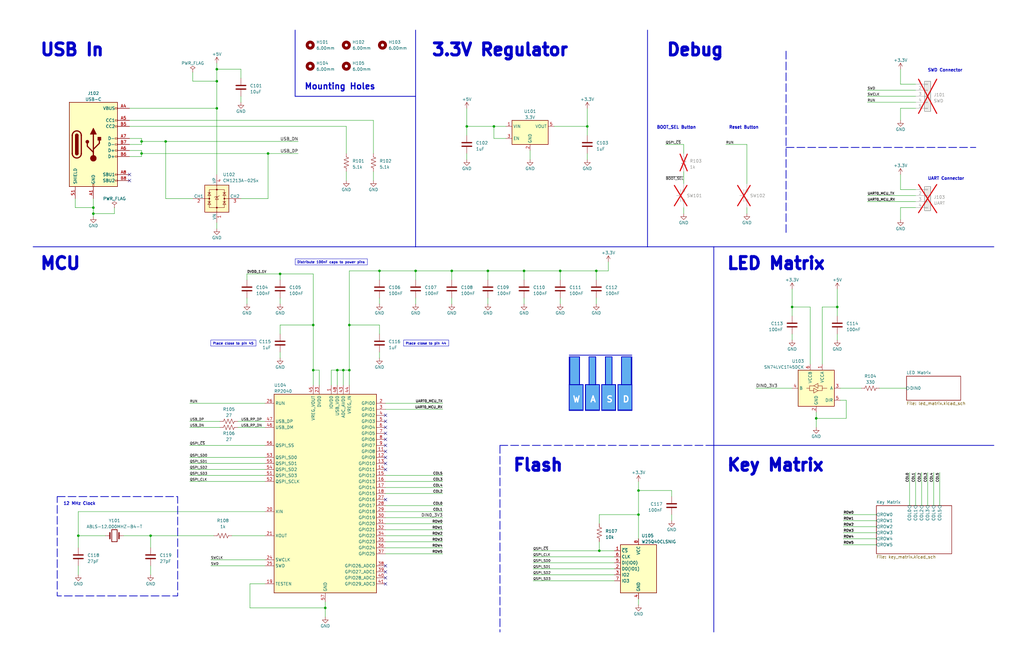
<source format=kicad_sch>
(kicad_sch (version 20230121) (generator eeschema)
  (paper "B")
  (title_block (title "Nifty Numpad") (date "2023-06-10") (rev "${REV}") (comment 1 "Isaac Rex"))
  (junction (at 251.46 114.3))
  (junction (at 132.08 137.16))
  (junction (at 160.02 114.3))
  (junction (at 247.65 53.34))
  (junction (at 142.24 156.21))
  (junction (at 196.85 53.34))
  (junction (at 269.24 207.01))
  (junction (at 91.44 45.72))
  (junction (at 144.78 156.21))
  (junction (at 334.01 129.54))
  (junction (at 63.5 226.06))
  (junction (at 33.02 226.06))
  (junction (at 147.32 137.16))
  (junction (at 91.44 29.21))
  (junction (at 118.11 115.57))
  (junction (at 236.22 114.3))
  (junction (at 59.69 64.77))
  (junction (at 91.44 34.29))
  (junction (at 252.73 232.41))
  (junction (at 220.98 114.3))
  (junction (at 39.37 87.63))
  (junction (at 147.32 156.21))
  (junction (at 208.28 53.34))
  (junction (at 269.24 217.17))
  (junction (at 344.17 176.53))
  (junction (at 59.69 59.69))
  (junction (at 353.06 129.54))
  (junction (at 132.08 156.21))
  (junction (at 39.37 90.17))
  (junction (at 113.03 64.77))
  (junction (at 190.5 114.3))
  (junction (at 175.26 114.3))
  (junction (at 205.74 114.3))
  (junction (at 69.85 59.69))
  (junction (at 137.16 256.54))
  (no_connect (at 54.61 73.66))
  (no_connect (at 162.56 198.12))
  (no_connect (at 162.56 187.96))
  (no_connect (at 162.56 182.88))
  (no_connect (at 162.56 190.5))
  (no_connect (at 162.56 210.82))
  (no_connect (at 162.56 193.04))
  (no_connect (at 162.56 180.34))
  (no_connect (at 162.56 246.38))
  (no_connect (at 162.56 238.76))
  (no_connect (at 162.56 177.8))
  (no_connect (at 54.61 76.2))
  (no_connect (at 162.56 195.58))
  (no_connect (at 162.56 243.84))
  (no_connect (at 162.56 185.42))
  (no_connect (at 162.56 241.3))
  (no_connect (at 162.56 175.26))
  (wire (pts (xy 100.33 180.34) (xy 111.76 180.34)))
  (wire (pts (xy 196.85 64.77) (xy 196.85 67.31)))
  (polyline (pts (xy 259.588 162.306) (xy 259.588 173.228)) (stroke (width 0.3048)))
  (wire (pts (xy 306.07 60.96) (xy 314.96 60.96)))
  (wire (pts (xy 69.85 83.82) (xy 81.28 83.82)))
  (polyline (pts (xy 252.73 162.306) (xy 252.73 173.228)) (stroke (width 0.3048)))
  (polyline (pts (xy 331.47 62.23) (xy 411.48 62.23)) (stroke (width 0.3048) (type dash)))
  (wire (pts (xy 59.69 60.96) (xy 54.61 60.96)))
  (wire (pts (xy 39.37 90.17) (xy 39.37 91.44)))
  (wire (pts (xy 353.06 140.97) (xy 353.06 143.51)))
  (wire (pts (xy 379.73 80.01) (xy 386.08 80.01)))
  (wire (pts (xy 147.32 137.16) (xy 160.02 137.16)))
  (wire (pts (xy 220.98 114.3) (xy 236.22 114.3)))
  (polyline (pts (xy 251.206 162.306) (xy 251.206 150.622)) (stroke (width 0.3048)))
  (wire (pts (xy 388.62 199.39) (xy 388.62 213.36)))
  (polyline (pts (xy 253.746 173.228) (xy 253.746 162.306)) (stroke (width 0.3048)))
  (wire (pts (xy 146.05 53.34) (xy 146.05 64.77)))
  (polyline (pts (xy 251.206 162.306) (xy 252.73 162.306)) (stroke (width 0.3048)))
  (wire (pts (xy 396.24 199.39) (xy 396.24 213.36)))
  (wire (pts (xy 344.17 173.99) (xy 344.17 176.53)))
  (wire (pts (xy 157.48 50.8) (xy 157.48 64.77)))
  (wire (pts (xy 113.03 64.77) (xy 113.03 83.82)))
  (wire (pts (xy 80.01 187.96) (xy 111.76 187.96)))
  (wire (pts (xy 54.61 45.72) (xy 91.44 45.72)))
  (wire (pts (xy 252.73 220.98) (xy 252.73 217.17)))
  (wire (pts (xy 132.08 137.16) (xy 132.08 156.21)))
  (wire (pts (xy 160.02 137.16) (xy 160.02 140.97)))
  (polyline (pts (xy 300.99 104.14) (xy 300.99 187.96)) (stroke (width 0.3048)))
  (polyline (pts (xy 240.03 173.228) (xy 245.872 173.228)) (stroke (width 0.3048)))
  (wire (pts (xy 224.79 245.11) (xy 259.08 245.11)))
  (wire (pts (xy 92.71 180.34) (xy 80.01 180.34)))
  (wire (pts (xy 190.5 114.3) (xy 190.5 118.11)))
  (wire (pts (xy 31.75 83.82) (xy 31.75 87.63)))
  (wire (pts (xy 69.85 59.69) (xy 125.73 59.69)))
  (wire (pts (xy 365.76 43.18) (xy 386.08 43.18)))
  (wire (pts (xy 314.96 60.96) (xy 314.96 77.47)))
  (wire (pts (xy 147.32 114.3) (xy 160.02 114.3)))
  (polyline (pts (xy 244.348 162.306) (xy 244.348 150.622)) (stroke (width 0.3048)))
  (wire (pts (xy 256.54 110.49) (xy 256.54 114.3)))
  (wire (pts (xy 134.62 162.56) (xy 134.62 156.21)))
  (wire (pts (xy 205.74 125.73) (xy 205.74 128.27)))
  (wire (pts (xy 104.14 118.11) (xy 104.14 115.57)))
  (wire (pts (xy 91.44 34.29) (xy 91.44 45.72)))
  (wire (pts (xy 186.69 228.6) (xy 162.56 228.6)))
  (polyline (pts (xy 175.26 104.14) (xy 273.05 104.14)) (stroke (width 0.3048)))
  (wire (pts (xy 59.69 59.69) (xy 59.69 60.96)))
  (wire (pts (xy 59.69 64.77) (xy 59.69 66.04)))
  (wire (pts (xy 353.06 129.54) (xy 353.06 133.35)))
  (polyline (pts (xy 240.03 150.622) (xy 240.03 173.228)) (stroke (width 0.3048)))
  (wire (pts (xy 48.26 90.17) (xy 39.37 90.17)))
  (wire (pts (xy 356.87 168.91) (xy 356.87 176.53)))
  (wire (pts (xy 118.11 148.59) (xy 118.11 151.13)))
  (polyline (pts (xy 300.99 187.96) (xy 210.82 187.96)) (stroke (width 0.3048) (type dash)))
  (wire (pts (xy 81.28 34.29) (xy 91.44 34.29)))
  (wire (pts (xy 59.69 64.77) (xy 113.03 64.77)))
  (wire (pts (xy 236.22 125.73) (xy 236.22 128.27)))
  (wire (pts (xy 269.24 203.2) (xy 269.24 207.01)))
  (wire (pts (xy 269.24 207.01) (xy 269.24 217.17)))
  (wire (pts (xy 54.61 63.5) (xy 59.69 63.5)))
  (wire (pts (xy 365.76 38.1) (xy 386.08 38.1)))
  (wire (pts (xy 186.69 226.06) (xy 162.56 226.06)))
  (wire (pts (xy 118.11 137.16) (xy 132.08 137.16)))
  (wire (pts (xy 69.85 59.69) (xy 69.85 83.82)))
  (wire (pts (xy 118.11 115.57) (xy 118.11 118.11)))
  (wire (pts (xy 383.54 199.39) (xy 383.54 213.36)))
  (wire (pts (xy 63.5 226.06) (xy 63.5 231.14)))
  (polyline (pts (xy 124.46 12.7) (xy 124.46 40.64)) (stroke (width 0.3048)))
  (wire (pts (xy 334.01 129.54) (xy 334.01 133.35)))
  (wire (pts (xy 355.6 222.25) (xy 369.57 222.25)))
  (wire (pts (xy 220.98 114.3) (xy 220.98 118.11)))
  (wire (pts (xy 365.76 40.64) (xy 386.08 40.64)))
  (wire (pts (xy 190.5 125.73) (xy 190.5 128.27)))
  (wire (pts (xy 205.74 114.3) (xy 205.74 118.11)))
  (wire (pts (xy 162.56 172.72) (xy 186.69 172.72)))
  (wire (pts (xy 186.69 205.74) (xy 162.56 205.74)))
  (wire (pts (xy 142.24 156.21) (xy 144.78 156.21)))
  (polyline (pts (xy 266.446 173.228) (xy 260.604 173.228)) (stroke (width 0.3048)))
  (wire (pts (xy 137.16 254) (xy 137.16 256.54)))
  (wire (pts (xy 251.46 114.3) (xy 256.54 114.3)))
  (wire (pts (xy 283.21 217.17) (xy 283.21 219.71)))
  (wire (pts (xy 147.32 137.16) (xy 147.32 156.21)))
  (wire (pts (xy 233.68 53.34) (xy 247.65 53.34)))
  (wire (pts (xy 97.79 226.06) (xy 111.76 226.06)))
  (polyline (pts (xy 246.888 173.228) (xy 246.888 162.306)) (stroke (width 0.3048)))
  (wire (pts (xy 111.76 246.38) (xy 105.41 246.38)))
  (wire (pts (xy 355.6 217.17) (xy 369.57 217.17)))
  (wire (pts (xy 288.29 87.63) (xy 288.29 90.17)))
  (wire (pts (xy 186.69 223.52) (xy 162.56 223.52)))
  (wire (pts (xy 280.67 60.96) (xy 288.29 60.96)))
  (wire (pts (xy 391.16 199.39) (xy 391.16 213.36)))
  (polyline (pts (xy 266.446 150.622) (xy 266.446 173.228)) (stroke (width 0.3048)))
  (wire (pts (xy 365.76 85.09) (xy 386.08 85.09)))
  (wire (pts (xy 186.69 233.68) (xy 162.56 233.68)))
  (wire (pts (xy 334.01 121.92) (xy 334.01 129.54)))
  (wire (pts (xy 354.33 163.83) (xy 363.22 163.83)))
  (wire (pts (xy 288.29 64.77) (xy 288.29 60.96)))
  (wire (pts (xy 224.79 234.95) (xy 259.08 234.95)))
  (wire (pts (xy 33.02 238.76) (xy 33.02 242.57)))
  (wire (pts (xy 269.24 207.01) (xy 283.21 207.01)))
  (wire (pts (xy 213.36 58.42) (xy 208.28 58.42)))
  (polyline (pts (xy 240.03 149.86) (xy 266.446 149.86)) (stroke (width 0.3048)))
  (wire (pts (xy 101.6 40.64) (xy 101.6 43.18)))
  (wire (pts (xy 59.69 66.04) (xy 54.61 66.04)))
  (polyline (pts (xy 260.604 162.306) (xy 262.128 162.306)) (stroke (width 0.3048)))
  (polyline (pts (xy 258.064 162.306) (xy 259.588 162.306)) (stroke (width 0.3048)))
  (wire (pts (xy 334.01 129.54) (xy 341.63 129.54)))
  (wire (pts (xy 80.01 195.58) (xy 111.76 195.58)))
  (wire (pts (xy 386.08 199.39) (xy 386.08 213.36)))
  (wire (pts (xy 196.85 53.34) (xy 196.85 57.15)))
  (wire (pts (xy 88.9 238.76) (xy 111.76 238.76)))
  (wire (pts (xy 105.41 246.38) (xy 105.41 256.54)))
  (wire (pts (xy 213.36 53.34) (xy 208.28 53.34)))
  (wire (pts (xy 157.48 72.39) (xy 157.48 76.2)))
  (polyline (pts (xy 273.05 12.7) (xy 273.05 104.14)) (stroke (width 0.3048)))
  (wire (pts (xy 39.37 87.63) (xy 39.37 90.17)))
  (polyline (pts (xy 246.888 162.306) (xy 248.412 162.306)) (stroke (width 0.3048)))
  (wire (pts (xy 134.62 156.21) (xy 132.08 156.21)))
  (wire (pts (xy 186.69 203.2) (xy 162.56 203.2)))
  (wire (pts (xy 236.22 114.3) (xy 236.22 118.11)))
  (wire (pts (xy 160.02 114.3) (xy 160.02 118.11)))
  (wire (pts (xy 104.14 115.57) (xy 118.11 115.57)))
  (wire (pts (xy 341.63 129.54) (xy 341.63 153.67)))
  (wire (pts (xy 54.61 58.42) (xy 59.69 58.42)))
  (wire (pts (xy 252.73 217.17) (xy 269.24 217.17)))
  (wire (pts (xy 33.02 226.06) (xy 33.02 215.9)))
  (wire (pts (xy 186.69 213.36) (xy 162.56 213.36)))
  (wire (pts (xy 346.71 129.54) (xy 346.71 153.67)))
  (wire (pts (xy 224.79 242.57) (xy 259.08 242.57)))
  (wire (pts (xy 104.14 125.73) (xy 104.14 128.27)))
  (wire (pts (xy 48.26 87.63) (xy 48.26 90.17)))
  (wire (pts (xy 355.6 224.79) (xy 369.57 224.79)))
  (polyline (pts (xy 331.47 21.59) (xy 331.47 99.06)) (stroke (width 0.3048) (type dash)))
  (wire (pts (xy 160.02 148.59) (xy 160.02 151.13)))
  (wire (pts (xy 88.9 236.22) (xy 111.76 236.22)))
  (wire (pts (xy 314.96 87.63) (xy 314.96 90.17)))
  (wire (pts (xy 105.41 256.54) (xy 137.16 256.54)))
  (wire (pts (xy 54.61 50.8) (xy 157.48 50.8)))
  (wire (pts (xy 162.56 218.44) (xy 186.69 218.44)))
  (wire (pts (xy 91.44 29.21) (xy 91.44 34.29)))
  (wire (pts (xy 80.01 193.04) (xy 111.76 193.04)))
  (wire (pts (xy 354.33 168.91) (xy 356.87 168.91)))
  (wire (pts (xy 54.61 53.34) (xy 146.05 53.34)))
  (wire (pts (xy 186.69 200.66) (xy 162.56 200.66)))
  (wire (pts (xy 386.08 45.72) (xy 379.73 45.72)))
  (wire (pts (xy 137.16 256.54) (xy 137.16 260.35)))
  (wire (pts (xy 334.01 140.97) (xy 334.01 143.51)))
  (polyline (pts (xy 245.872 162.306) (xy 244.348 162.306)) (stroke (width 0.3048)))
  (wire (pts (xy 144.78 156.21) (xy 144.78 162.56)))
  (wire (pts (xy 118.11 115.57) (xy 132.08 115.57)))
  (wire (pts (xy 186.69 215.9) (xy 162.56 215.9)))
  (wire (pts (xy 160.02 125.73) (xy 160.02 128.27)))
  (wire (pts (xy 269.24 217.17) (xy 269.24 227.33)))
  (wire (pts (xy 379.73 29.21) (xy 379.73 35.56)))
  (polyline (pts (xy 248.412 162.306) (xy 248.412 150.622)) (stroke (width 0.3048)))
  (polyline (pts (xy 175.26 12.7) (xy 175.26 104.14)) (stroke (width 0.3048)))
  (wire (pts (xy 370.84 163.83) (xy 382.27 163.83)))
  (polyline (pts (xy 260.604 173.228) (xy 260.604 162.306)) (stroke (width 0.3048)))
  (wire (pts (xy 186.69 231.14) (xy 162.56 231.14)))
  (wire (pts (xy 59.69 59.69) (xy 69.85 59.69)))
  (wire (pts (xy 33.02 215.9) (xy 111.76 215.9)))
  (wire (pts (xy 91.44 93.98) (xy 91.44 96.52)))
  (polyline (pts (xy 300.99 187.96) (xy 419.1 187.96)) (stroke (width 0.3048)))
  (polyline (pts (xy 300.99 187.96) (xy 300.99 266.7)) (stroke (width 0.3048)))
  (wire (pts (xy 160.02 114.3) (xy 175.26 114.3)))
  (wire (pts (xy 132.08 115.57) (xy 132.08 137.16)))
  (wire (pts (xy 80.01 198.12) (xy 111.76 198.12)))
  (wire (pts (xy 33.02 226.06) (xy 44.45 226.06)))
  (wire (pts (xy 186.69 220.98) (xy 162.56 220.98)))
  (wire (pts (xy 365.76 82.55) (xy 386.08 82.55)))
  (wire (pts (xy 175.26 114.3) (xy 175.26 118.11)))
  (wire (pts (xy 393.7 199.39) (xy 393.7 213.36)))
  (wire (pts (xy 146.05 72.39) (xy 146.05 76.2)))
  (wire (pts (xy 142.24 156.21) (xy 142.24 162.56)))
  (wire (pts (xy 101.6 33.02) (xy 101.6 29.21)))
  (wire (pts (xy 113.03 83.82) (xy 101.6 83.82)))
  (polyline (pts (xy 13.97 104.14) (xy 175.26 104.14)) (stroke (width 0.3048)))
  (wire (pts (xy 81.28 30.48) (xy 81.28 34.29)))
  (wire (pts (xy 379.73 87.63) (xy 379.73 92.71)))
  (wire (pts (xy 247.65 64.77) (xy 247.65 67.31)))
  (polyline (pts (xy 252.73 173.228) (xy 246.888 173.228)) (stroke (width 0.3048)))
  (wire (pts (xy 247.65 45.72) (xy 247.65 53.34)))
  (wire (pts (xy 63.5 226.06) (xy 90.17 226.06)))
  (wire (pts (xy 379.73 73.66) (xy 379.73 80.01)))
  (polyline (pts (xy 258.064 162.306) (xy 258.064 150.622)) (stroke (width 0.3048)))
  (polyline (pts (xy 210.82 187.96) (xy 210.82 266.7)) (stroke (width 0.3048) (type dash)))
  (wire (pts (xy 80.01 203.2) (xy 111.76 203.2)))
  (wire (pts (xy 346.71 129.54) (xy 353.06 129.54)))
  (wire (pts (xy 355.6 219.71) (xy 369.57 219.71)))
  (wire (pts (xy 224.79 237.49) (xy 259.08 237.49)))
  (wire (pts (xy 236.22 114.3) (xy 251.46 114.3)))
  (polyline (pts (xy 273.05 104.14) (xy 419.1 104.14)) (stroke (width 0.3048)))
  (wire (pts (xy 33.02 231.14) (xy 33.02 226.06)))
  (wire (pts (xy 247.65 53.34) (xy 247.65 57.15)))
  (wire (pts (xy 100.33 177.8) (xy 111.76 177.8)))
  (polyline (pts (xy 255.27 162.306) (xy 255.27 150.622)) (stroke (width 0.3048)))
  (wire (pts (xy 113.03 64.77) (xy 125.73 64.77)))
  (wire (pts (xy 132.08 156.21) (xy 132.08 162.56)))
  (wire (pts (xy 59.69 58.42) (xy 59.69 59.69)))
  (wire (pts (xy 252.73 232.41) (xy 259.08 232.41)))
  (wire (pts (xy 251.46 125.73) (xy 251.46 128.27)))
  (polyline (pts (xy 248.412 150.622) (xy 251.206 150.622)) (stroke (width 0.3048)))
  (wire (pts (xy 386.08 35.56) (xy 379.73 35.56)))
  (polyline (pts (xy 259.588 173.228) (xy 253.746 173.228)) (stroke (width 0.3048)))
  (wire (pts (xy 224.79 232.41) (xy 252.73 232.41)))
  (wire (pts (xy 353.06 121.92) (xy 353.06 129.54)))
  (wire (pts (xy 186.69 208.28) (xy 162.56 208.28)))
  (wire (pts (xy 205.74 114.3) (xy 220.98 114.3)))
  (wire (pts (xy 220.98 125.73) (xy 220.98 128.27)))
  (wire (pts (xy 318.77 163.83) (xy 334.01 163.83)))
  (wire (pts (xy 52.07 226.06) (xy 63.5 226.06)))
  (wire (pts (xy 251.46 114.3) (xy 251.46 118.11)))
  (wire (pts (xy 190.5 114.3) (xy 205.74 114.3)))
  (wire (pts (xy 175.26 125.73) (xy 175.26 128.27)))
  (wire (pts (xy 101.6 29.21) (xy 91.44 29.21)))
  (wire (pts (xy 147.32 156.21) (xy 147.32 162.56)))
  (wire (pts (xy 39.37 87.63) (xy 39.37 83.82)))
  (polyline (pts (xy 240.03 150.622) (xy 244.348 150.622)) (stroke (width 0.3048)))
  (wire (pts (xy 31.75 87.63) (xy 39.37 87.63)))
  (wire (pts (xy 355.6 227.33) (xy 369.57 227.33)))
  (wire (pts (xy 224.79 240.03) (xy 259.08 240.03)))
  (wire (pts (xy 162.56 170.18) (xy 186.69 170.18)))
  (wire (pts (xy 139.7 162.56) (xy 139.7 156.21)))
  (wire (pts (xy 63.5 238.76) (xy 63.5 242.57)))
  (wire (pts (xy 269.24 252.73) (xy 269.24 255.27)))
  (wire (pts (xy 147.32 137.16) (xy 147.32 114.3)))
  (wire (pts (xy 118.11 137.16) (xy 118.11 140.97)))
  (wire (pts (xy 379.73 45.72) (xy 379.73 50.8)))
  (wire (pts (xy 80.01 200.66) (xy 111.76 200.66)))
  (polyline (pts (xy 255.27 150.622) (xy 258.064 150.622)) (stroke (width 0.3048)))
  (polyline (pts (xy 266.446 150.622) (xy 262.128 150.622)) (stroke (width 0.3048)))
  (wire (pts (xy 208.28 53.34) (xy 196.85 53.34)))
  (wire (pts (xy 283.21 209.55) (xy 283.21 207.01)))
  (wire (pts (xy 288.29 72.39) (xy 288.29 77.47)))
  (wire (pts (xy 91.44 26.67) (xy 91.44 29.21)))
  (wire (pts (xy 118.11 125.73) (xy 118.11 128.27)))
  (wire (pts (xy 356.87 176.53) (xy 344.17 176.53)))
  (wire (pts (xy 144.78 156.21) (xy 147.32 156.21)))
  (wire (pts (xy 59.69 63.5) (xy 59.69 64.77)))
  (wire (pts (xy 208.28 58.42) (xy 208.28 53.34)))
  (polyline (pts (xy 245.872 173.228) (xy 245.872 162.306)) (stroke (width 0.3048)))
  (wire (pts (xy 80.01 170.18) (xy 111.76 170.18)))
  (wire (pts (xy 92.71 177.8) (xy 80.01 177.8)))
  (wire (pts (xy 139.7 156.21) (xy 142.24 156.21)))
  (wire (pts (xy 223.52 63.5) (xy 223.52 67.31)))
  (wire (pts (xy 175.26 114.3) (xy 190.5 114.3)))
  (wire (pts (xy 91.44 45.72) (xy 91.44 73.66)))
  (wire (pts (xy 355.6 229.87) (xy 369.57 229.87)))
  (wire (pts (xy 252.73 228.6) (xy 252.73 232.41)))
  (wire (pts (xy 386.08 87.63) (xy 379.73 87.63)))
  (polyline (pts (xy 124.46 40.64) (xy 175.26 40.64)) (stroke (width 0.3048)))
  (wire (pts (xy 344.17 176.53) (xy 344.17 180.34)))
  (wire (pts (xy 196.85 45.72) (xy 196.85 53.34)))
  (polyline (pts (xy 262.128 162.306) (xy 262.128 150.622)) (stroke (width 0.3048)))
  (polyline (pts (xy 253.746 162.306) (xy 255.27 162.306)) (stroke (width 0.3048)))
  (rectangle (start 240.03 162.306) (end 245.872 172.974) (stroke (width 0.3048)) (fill (type color) (color 97 175 239 1)))
  (rectangle (start 24.13 209.55) (end 74.93 251.46) (stroke (width 0.3048) (type dash)))
  (rectangle (start 253.746 162.306) (end 259.588 172.974) (stroke (width 0.3048)) (fill (type color) (color 97 175 239 1)))
  (rectangle (start 260.604 162.306) (end 266.446 172.974) (stroke (width 0.3048)) (fill (type color) (color 97 175 239 1)))
  (rectangle (start 246.888 162.306) (end 252.73 172.974) (stroke (width 0.3048)) (fill (type color) (color 97 175 239 1)))
  (rectangle (start 240.284 150.622) (end 244.348 162.306) (stroke (width 0.3048)) (fill (type color) (color 97 175 239 1)))
  (rectangle (start 255.27 150.622) (end 258.064 162.306) (stroke (width 0.3048)) (fill (type color) (color 97 175 239 1)))
  (rectangle (start 248.412 150.622) (end 251.206 162.306) (stroke (width 0.3048)) (fill (type color) (color 97 175 239 1)))
  (rectangle (start 262.128 150.622) (end 266.192 162.306) (stroke (width 0.3048)) (fill (type color) (color 97 175 239 1)))
  (text_box "Place close to pin 45" (at 88.9 143.51 0) (size 19.05 2.54) (effects (font (size 1.016 1.016) bold) (justify left top)))
  (text_box "Distribute 100nF caps to power pins" (at 124.46 109.22 0) (size 30.48 2.54) (effects (font (size 1.016 1.016) bold) (justify left top)))
  (text_box "Place close to pin 44" (at 170.18 143.51 0) (size 19.05 2.54) (effects (font (size 1.016 1.016) bold) (justify left top)))
  (text "USB In" (at 16.51 24.13 0) (effects (font (size 5.08 5.08) (thickness 2.286) bold) (justify left bottom)))
  (text "UART Connector" (at 391.16 76.2 0) (effects (font (size 1.27 1.27) bold) (justify left bottom)))
  (text "Debug" (at 280.67 24.13 0) (effects (font (size 5.08 5.08) (thickness 2.286) bold) (justify left bottom)))
  (text "12 MHz Clock" (at 26.67 213.36 0) (effects (font (size 1.27 1.27) bold) (justify left bottom)))
  (text "Flash" (at 215.9 199.39 0) (effects (font (size 5.08 5.08) (thickness 2.286) bold) (justify left bottom)))
  (text "SWD Connector" (at 391.16 30.48 0) (effects (font (size 1.27 1.27) bold) (justify left bottom)))
  (text "D" (at 262.382 170.18 0) (effects (font (size 2.54 2.54) bold) (justify left bottom)))
  (text "MCU" (at 16.51 114.3 0) (effects (font (size 5.08 5.08) (thickness 2.286) bold) (justify left bottom)))
  (text "BOOT_SEL Button" (at 276.86 54.61 0) (effects (font (size 1.27 1.27) bold) (justify left bottom)))
  (text "Mounting Holes" (at 128.27 38.1 0) (effects (font (size 2.54 2.54) (thickness 0.508) bold) (justify left bottom)))
  (text "Key Matrix" (at 306.07 199.39 0) (effects (font (size 5.08 5.08) (thickness 2.286) bold) (justify left bottom)))
  (text "A" (at 248.666 170.18 0) (effects (font (size 2.54 2.54) bold) (justify left bottom)))
  (text "LED Matrix" (at 306.07 114.3 0) (effects (font (size 5.08 5.08) (thickness 2.286) bold) (justify left bottom)))
  (text "W" (at 241.3 170.18 0) (effects (font (size 2.54 2.54) bold) (justify left bottom)))
  (text "S" (at 255.524 170.18 0) (effects (font (size 2.54 2.54) bold) (justify left bottom)))
  (text "Reset Button" (at 307.34 54.61 0) (effects (font (size 1.27 1.27) bold) (justify left bottom)))
  (text "3.3V Regulator" (at 181.61 24.13 0) (effects (font (size 5.08 5.08) (thickness 2.286) bold) (justify left bottom)))
  (label "ROW2" (at 186.69 226.06 180) (effects (font (size 1.016 1.016) bold)))
  (label "USB_DN" (at 125.73 59.69 180))
  (label "USB_DP" (at 125.73 64.77 180))
  (label "USB_RP_DN" (at 101.6 180.34 0) (effects (font (size 1.016 1.016))))
  (label "RUN" (at 365.76 43.18 0) (effects (font (size 1.016 1.016))))
  (label "USB_DP" (at 80.01 177.8 0) (effects (font (size 1.016 1.016))))
  (label "DIN0_3V3" (at 186.69 218.44 180))
  (label "COL4" (at 393.7 199.39 270) (effects (font (size 1.016 1.016) bold)))
  (label "SWCLK" (at 88.9 236.22 0) (effects (font (size 1.016 1.016))))
  (label "USB_DN" (at 80.01 180.34 0) (effects (font (size 1.016 1.016))))
  (label "COL2" (at 186.69 208.28 180) (effects (font (size 1.016 1.016) bold)))
  (label "COL1" (at 386.08 199.39 270) (effects (font (size 1.016 1.016) bold)))
  (label "DIN0_3V3" (at 318.77 163.83 0))
  (label "COL5" (at 396.24 199.39 270) (effects (font (size 1.016 1.016) bold)))
  (label "UART0_MCU_TX" (at 365.76 82.55 0) (effects (font (size 1.016 1.016) bold)))
  (label "COL5" (at 186.69 200.66 180) (effects (font (size 1.016 1.016) bold)))
  (label "UART0_MCU_TX" (at 186.69 170.18 180) (effects (font (size 1.016 1.016) bold)))
  (label "COL0" (at 383.54 199.39 270) (effects (font (size 1.016 1.016) bold)))
  (label "QSPI_SD1" (at 224.79 240.03 0) (effects (font (size 1.016 1.016))))
  (label "QSPI_SD3" (at 224.79 245.11 0) (effects (font (size 1.016 1.016))))
  (label "COL3" (at 391.16 199.39 270) (effects (font (size 1.016 1.016) bold)))
  (label "SWD" (at 88.9 238.76 0) (effects (font (size 1.016 1.016))))
  (label "QSPI_SD2" (at 224.79 242.57 0) (effects (font (size 1.016 1.016))))
  (label "QSPI_~{CS}" (at 224.79 232.41 0) (effects (font (size 1.016 1.016))))
  (label "SWD" (at 365.76 38.1 0) (effects (font (size 1.016 1.016))))
  (label "SWCLK" (at 365.76 40.64 0) (effects (font (size 1.016 1.016))))
  (label "QSPI_SD2" (at 80.01 198.12 0) (effects (font (size 1.016 1.016))))
  (label "RUN" (at 306.07 60.96 0) (effects (font (size 1.016 1.016))))
  (label "ROW2" (at 355.6 222.25 0) (effects (font (size 1.016 1.016) bold)))
  (label "ROW3" (at 355.6 224.79 0) (effects (font (size 1.016 1.016) bold)))
  (label "COL3" (at 186.69 203.2 180) (effects (font (size 1.016 1.016) bold)))
  (label "ROW0" (at 186.69 220.98 180) (effects (font (size 1.016 1.016) bold)))
  (label "COL1" (at 186.69 215.9 180) (effects (font (size 1.016 1.016) bold)))
  (label "COL4" (at 186.69 205.74 180) (effects (font (size 1.016 1.016) bold)))
  (label "COL2" (at 388.62 199.39 270) (effects (font (size 1.016 1.016) bold)))
  (label "ROW5" (at 186.69 233.68 180) (effects (font (size 1.016 1.016) bold)))
  (label "QSPI_~{CS}" (at 280.67 60.96 0) (effects (font (size 1.016 1.016))))
  (label "~{BOOT_SEL}" (at 288.29 76.2 180) (effects (font (size 1.016 1.016))))
  (label "ROW3" (at 186.69 228.6 180) (effects (font (size 1.016 1.016) bold)))
  (label "ROW0" (at 355.6 217.17 0) (effects (font (size 1.016 1.016) bold)))
  (label "ROW1" (at 355.6 219.71 0) (effects (font (size 1.016 1.016) bold)))
  (label "ROW4" (at 355.6 227.33 0) (effects (font (size 1.016 1.016) bold)))
  (label "UART0_MCU_RX" (at 186.69 172.72 180) (effects (font (size 1.016 1.016) bold)))
  (label "QSPI_SD0" (at 80.01 193.04 0) (effects (font (size 1.016 1.016))))
  (label "QSPI_CLK" (at 224.79 234.95 0) (effects (font (size 1.016 1.016))))
  (label "RUN" (at 80.01 170.18 0) (effects (font (size 1.016 1.016))))
  (label "QSPI_SD1" (at 80.01 195.58 0) (effects (font (size 1.016 1.016))))
  (label "DVDD_1.1V" (at 104.14 115.57 0) (effects (font (size 1.016 1.016) bold)))
  (label "UART0_MCU_RX" (at 365.76 85.09 0) (effects (font (size 1.016 1.016) bold)))
  (label "USB_RP_DP" (at 101.6 177.8 0) (effects (font (size 1.016 1.016))))
  (label "QSPI_SD3" (at 80.01 200.66 0) (effects (font (size 1.016 1.016))))
  (label "QSPI_SD0" (at 224.79 237.49 0) (effects (font (size 1.016 1.016))))
  (label "ROW4" (at 186.69 231.14 180) (effects (font (size 1.016 1.016) bold)))
  (label "QSPI_~{CS}" (at 80.01 187.96 0) (effects (font (size 1.016 1.016))))
  (label "COL0" (at 186.69 213.36 180) (effects (font (size 1.016 1.016) bold)))
  (label "QSPI_CLK" (at 80.01 203.2 0) (effects (font (size 1.016 1.016))))
  (label "ROW1" (at 186.69 223.52 180) (effects (font (size 1.016 1.016) bold)))
  (label "ROW5" (at 355.6 229.87 0) (effects (font (size 1.016 1.016) bold)))
  (symbol (lib_id "power:+3.3V") (at 379.73 29.21 0) (unit 1)
    (property "Reference" "#PWR0102" (effects hide))
    (property "Value" "+3.3V" (at 379.73 25.4 0))
  )
  (symbol (lib_id "power:GND") (at 344.17 180.34 0) (unit 1)
    (property "Reference" "#PWR0134" (effects hide))
    (property "Value" "GND" (at 344.17 184.15 0))
  )
  (symbol (lib_id "Device:R_US") (at 96.52 177.8 90) (unit 1)
    (property "Reference" "R105" (at 96.52 172.72 90))
    (property "Value" "27" (at 96.52 175.26 90))
    (property "Footprint" "Resistor_SMD:R_0603_1608Metric" (effects hide))
    (property "DigiKey PN" "CR0603-FX-27R0ELFCT-ND" (effects hide))
    (property "LCSC" "C25190" (effects hide))
  )
  (symbol (lib_id "power:GND") (at 160.02 151.13 0) (unit 1)
    (property "Reference" "#PWR0133" (effects hide))
    (property "Value" "GND" (at 160.02 154.94 0))
  )
  (symbol (lib_id "Device:R_US") (at 288.29 68.58 180) (unit 1) (dnp yes)
    (property "Reference" "R103" (at 290.83 67.945 0) (effects (justify right)))
    (property "Value" "1k" (at 290.83 70.485 0) (effects (justify right)))
    (property "Footprint" "Resistor_SMD:R_0603_1608Metric" (effects hide))
    (property "DigiKey PN" "RNCP0603FTD1K00CT-ND" (effects hide))
    (property "LCSC" "C21190" (effects hide))
  )
  (symbol (lib_id "Device:C") (at 104.14 121.92 0) (unit 1)
    (property "Reference" "C104" (at 107.95 121.285 0) (effects (justify left)))
    (property "Value" "100nF" (at 107.95 123.825 0) (effects (justify left)))
    (property "Footprint" "Capacitor_SMD:C_0603_1608Metric" (effects hide))
    (property "DigiKey PN" "1276-1006-1-ND" (effects hide))
    (property "LCSC" "C14663" (effects hide))
  )
  (symbol (lib_id "power:GND") (at 251.46 128.27 0) (unit 1)
    (property "Reference" "#PWR0129" (effects hide))
    (property "Value" "GND" (at 251.46 132.08 0))
  )
  (symbol (lib_id "power:GND") (at 223.52 67.31 0) (unit 1)
    (property "Reference" "#PWR0108" (effects hide))
    (property "Value" "GND" (at 223.52 71.12 0))
  )
  (symbol (lib_id "power:GND") (at 288.29 90.17 0) (unit 1)
    (property "Reference" "#PWR0113" (effects hide))
    (property "Value" "GND" (at 288.29 93.98 0))
  )
  (symbol (lib_id "Device:C") (at 283.21 213.36 0) (unit 1)
    (property "Reference" "C117" (at 279.4 212.725 0) (effects (justify right)))
    (property "Value" "100nF" (at 279.4 215.265 0) (effects (justify right)))
    (property "Footprint" "Capacitor_SMD:C_0603_1608Metric" (effects hide))
    (property "DigiKey PN" "1276-1006-1-ND" (effects hide))
    (property "LCSC" "C14663" (effects hide))
  )
  (symbol (lib_id "Device:C") (at 353.06 137.16 0) (mirror y) (unit 1)
    (property "Reference" "C114" (at 356.87 136.525 0) (effects (justify right)))
    (property "Value" "100nF" (at 356.87 139.065 0) (effects (justify right)))
    (property "Footprint" "Capacitor_SMD:C_0603_1608Metric" (effects hide))
    (property "DigiKey PN" "1276-1006-1-ND" (effects hide))
    (property "LCSC" "C14663" (effects hide))
  )
  (symbol (lib_id "Device:Crystal") (at 48.26 226.06 0) (unit 1)
    (property "Reference" "Y101" (at 48.26 219.71 0))
    (property "Value" "ABLS-12.000MHZ-B4-T" (at 48.26 222.25 0))
    (property "Footprint" "Crystal:Crystal_SMD_HC49-SD" (effects hide))
    (property "Datasheet" "https://abracon.com/Resonators/ABLS.pdf" (effects hide))
    (property "DigiKey PN" "535-10218-1-ND" (effects hide))
    (property "LCSC" "C596818" (effects hide))
  )
  (symbol (lib_id "Device:R_US") (at 157.48 68.58 0) (unit 1)
    (property "Reference" "R102" (at 160.02 67.945 0) (effects (justify left)))
    (property "Value" "5.1k" (at 160.02 70.485 0) (effects (justify left)))
    (property "Footprint" "Resistor_SMD:R_0603_1608Metric" (effects hide))
    (property "DigiKey PN" "CR0603-FX-5101ELFCT-ND" (effects hide))
    (property "LCSC" "C23186" (effects hide))
  )
  (symbol (lib_id "Device:C") (at 220.98 121.92 0) (unit 1)
    (property "Reference" "C110" (at 224.79 121.285 0) (effects (justify left)))
    (property "Value" "100nF" (at 224.79 123.825 0) (effects (justify left)))
    (property "Footprint" "Capacitor_SMD:C_0603_1608Metric" (effects hide))
    (property "DigiKey PN" "1276-1006-1-ND" (effects hide))
    (property "LCSC" "C14663" (effects hide))
  )
  (symbol (lib_id "Device:C") (at 175.26 121.92 0) (unit 1)
    (property "Reference" "C107" (at 179.07 121.285 0) (effects (justify left)))
    (property "Value" "100nF" (at 179.07 123.825 0) (effects (justify left)))
    (property "Footprint" "Capacitor_SMD:C_0603_1608Metric" (effects hide))
    (property "DigiKey PN" "1276-1006-1-ND" (effects hide))
    (property "LCSC" "C14663" (effects hide))
  )
  (symbol (lib_id "Device:C") (at 160.02 121.92 0) (unit 1)
    (property "Reference" "C106" (at 163.83 121.285 0) (effects (justify left)))
    (property "Value" "100nF" (at 163.83 123.825 0) (effects (justify left)))
    (property "Footprint" "Capacitor_SMD:C_0603_1608Metric" (effects hide))
    (property "DigiKey PN" "1276-1006-1-ND" (effects hide))
    (property "LCSC" "C14663" (effects hide))
  )
  (symbol (lib_id "power:+5V") (at 196.85 45.72 0) (unit 1)
    (property "Reference" "#PWR0104" (effects hide))
    (property "Value" "+5V" (at 196.85 41.91 0))
  )
  (symbol (lib_id "Device:C") (at 118.11 144.78 0) (mirror y) (unit 1)
    (property "Reference" "C115" (at 114.3 144.145 0) (effects (justify left)))
    (property "Value" "1uF" (at 114.3 146.685 0) (effects (justify left)))
    (property "Footprint" "Capacitor_SMD:C_0603_1608Metric" (effects hide))
    (property "DigiKey PN" "1276-6524-1-ND" (effects hide))
    (property "LCSC" "C15849" (effects hide))
  )
  (symbol (lib_id "power:GND") (at 196.85 67.31 0) (unit 1)
    (property "Reference" "#PWR0107" (effects hide))
    (property "Value" "GND" (at 196.85 71.12 0))
  )
  (symbol (lib_id "power:GND") (at 220.98 128.27 0) (unit 1)
    (property "Reference" "#PWR0127" (effects hide))
    (property "Value" "GND" (at 220.98 132.08 0))
  )
  (symbol (lib_id "power:+5V") (at 91.44 26.67 0) (unit 1)
    (property "Reference" "#PWR0101" (effects hide))
    (property "Value" "+5V" (at 91.44 22.86 0))
  )
  (symbol (lib_id "power:GND") (at 175.26 128.27 0) (unit 1)
    (property "Reference" "#PWR0124" (effects hide))
    (property "Value" "GND" (at 175.26 132.08 0))
  )
  (symbol (lib_id "Mechanical:MountingHole") (at 146.05 27.94 0) (unit 1) (in_bom no)
    (property "Reference" "H105" (at 148.59 26.67 0) (effects (justify left)))
    (property "Value" "6.00mm" (at 148.59 29.21 0) (effects (justify left)))
    (property "Footprint" "irex_MountingHole:MountingHole_6.0mm_ReducedCourtyard" (effects hide))
  )
  (symbol (lib_id "Device:C") (at 190.5 121.92 0) (unit 1)
    (property "Reference" "C108" (at 194.31 121.285 0) (effects (justify left)))
    (property "Value" "100nF" (at 194.31 123.825 0) (effects (justify left)))
    (property "Footprint" "Capacitor_SMD:C_0603_1608Metric" (effects hide))
    (property "DigiKey PN" "1276-1006-1-ND" (effects hide))
    (property "LCSC" "C14663" (effects hide))
  )
  (symbol (lib_id "power:GND") (at 283.21 219.71 0) (unit 1)
    (property "Reference" "#PWR0136" (effects hide))
    (property "Value" "GND" (at 283.21 223.52 0))
  )
  (symbol (lib_id "Device:C") (at 160.02 144.78 0) (unit 1)
    (property "Reference" "C116" (at 163.83 144.145 0) (effects (justify left)))
    (property "Value" "1uF" (at 163.83 146.685 0) (effects (justify left)))
    (property "Footprint" "Capacitor_SMD:C_0603_1608Metric" (effects hide))
    (property "DigiKey PN" "1276-6524-1-ND" (effects hide))
    (property "LCSC" "C15849" (effects hide))
  )
  (symbol (lib_id "power:GND") (at 247.65 67.31 0) (unit 1)
    (property "Reference" "#PWR0109" (effects hide))
    (property "Value" "GND" (at 247.65 71.12 0))
  )
  (symbol (lib_id "Memory_Flash:W25Q32JVSS") (at 269.24 240.03 0) (unit 1)
    (property "Reference" "U105" (at 270.51 226.06 0) (effects (justify left)))
    (property "Value" "W25Q40CLSNIG" (at 270.51 228.6 0) (effects (justify left)))
    (property "Footprint" "Package_SO:SOIC-8_3.9x4.9mm_P1.27mm" (effects hide))
    (property "Datasheet" "http://www.winbond.com/resource-files/w25q32jv%20revg%2003272018%20plus.pdf" (effects hide))
    (property "DigiKey PN" "W25Q40CLSNIG-ND" (effects hide))
    (property "LCSC" "C2641149" (effects hide))
  )
  (symbol (lib_id "power:GND") (at 157.48 76.2 0) (unit 1)
    (property "Reference" "#PWR0112" (effects hide))
    (property "Value" "GND" (at 157.48 80.01 0))
  )
  (symbol (lib_id "Mechanical:MountingHole") (at 161.29 19.05 0) (unit 1) (in_bom no)
    (property "Reference" "H103" (at 163.83 17.78 0) (effects (justify left)))
    (property "Value" "6.00mm" (at 163.83 20.32 0) (effects (justify left)))
    (property "Footprint" "irex_MountingHole:MountingHole_6.0mm_ReducedCourtyard" (effects hide))
  )
  (symbol (lib_id "Device:C") (at 205.74 121.92 0) (unit 1)
    (property "Reference" "C109" (at 209.55 121.285 0) (effects (justify left)))
    (property "Value" "100nF" (at 209.55 123.825 0) (effects (justify left)))
    (property "Footprint" "Capacitor_SMD:C_0603_1608Metric" (effects hide))
    (property "DigiKey PN" "1276-1006-1-ND" (effects hide))
    (property "LCSC" "C14663" (effects hide))
  )
  (symbol (lib_id "power:+3.3V") (at 334.01 121.92 0) (unit 1)
    (property "Reference" "#PWR0119" (effects hide))
    (property "Value" "+3.3V" (at 334.01 118.11 0))
  )
  (symbol (lib_id "power:PWR_FLAG") (at 81.28 30.48 0) (unit 1)
    (property "Reference" "#FLG0101" (effects hide))
    (property "Value" "PWR_FLAG" (at 81.28 26.67 0))
  )
  (symbol (lib_id "power:GND") (at 118.11 151.13 0) (unit 1)
    (property "Reference" "#PWR0132" (effects hide))
    (property "Value" "GND" (at 118.11 154.94 0))
  )
  (symbol (lib_id "power:GND") (at 334.01 143.51 0) (unit 1)
    (property "Reference" "#PWR0130" (effects hide))
    (property "Value" "GND" (at 334.01 147.32 0))
  )
  (symbol (lib_id "Switch:SW_Push") (at 288.29 82.55 90) (unit 1) (dnp yes)
    (property "Reference" "SW101" (at 289.56 82.55 90) (effects (justify right)))
    (property "Value" "PTS636 SL43 SMTR LFS" (effects hide))
    (property "Footprint" "irex_Button_Switch_SMD:SW-PUSH-6x3.5mm_CK-PTS636SL43x_HandSolder" (effects hide))
    (property "Datasheet" "https://www.ckswitches.com/media/2779/pts636.pdf" (effects hide))
    (property "DigiKey PN" "CKN12309-1-ND" (effects hide))
    (property "LCSC" "C2800576" (effects hide))
  )
  (symbol (lib_id "power:GND") (at 39.37 91.44 0) (unit 1)
    (property "Reference" "#PWR0115" (effects hide))
    (property "Value" "GND" (at 39.37 95.25 0))
  )
  (symbol (lib_id "power:GND") (at 160.02 128.27 0) (unit 1)
    (property "Reference" "#PWR0123" (effects hide))
    (property "Value" "GND" (at 160.02 132.08 0))
  )
  (symbol (lib_id "power:+3.3V") (at 247.65 45.72 0) (unit 1)
    (property "Reference" "#PWR0105" (effects hide))
    (property "Value" "+3.3V" (at 247.65 41.91 0))
  )
  (symbol (lib_id "power:+3.3V") (at 256.54 110.49 0) (unit 1)
    (property "Reference" "#PWR0118" (effects hide))
    (property "Value" "+3.3V" (at 256.54 106.68 0))
  )
  (symbol (lib_id "Device:C") (at 63.5 234.95 0) (unit 1)
    (property "Reference" "C119" (at 67.31 234.315 0) (effects (justify left)))
    (property "Value" "27pF" (at 67.31 236.855 0) (effects (justify left)))
    (property "Footprint" "Capacitor_SMD:C_0603_1608Metric" (effects hide))
    (property "DigiKey PN" "1276-2247-1-ND" (effects hide))
    (property "LCSC" "C107045" (effects hide))
  )
  (symbol (lib_id "Switch:SW_Push") (at 314.96 82.55 90) (unit 1) (dnp yes)
    (property "Reference" "SW102" (at 316.23 82.55 90) (effects (justify right)))
    (property "Value" "PTS636 SL43 SMTR LFS" (effects hide))
    (property "Footprint" "irex_Button_Switch_SMD:SW-PUSH-6x3.5mm_CK-PTS636SL43x_HandSolder" (effects hide))
    (property "Datasheet" "https://www.ckswitches.com/media/2779/pts636.pdf" (effects hide))
    (property "DigiKey PN" "CKN12309-1-ND" (effects hide))
    (property "LCSC" "C2800576" (effects hide))
  )
  (symbol (lib_id "power:GND") (at 190.5 128.27 0) (unit 1)
    (property "Reference" "#PWR0125" (effects hide))
    (property "Value" "GND" (at 190.5 132.08 0))
  )
  (symbol (lib_id "power:GND") (at 379.73 50.8 0) (unit 1)
    (property "Reference" "#PWR0106" (effects hide))
    (property "Value" "GND" (at 379.73 54.61 0))
  )
  (symbol (lib_id "Device:R_US") (at 252.73 224.79 0) (unit 1)
    (property "Reference" "R107" (at 255.27 224.155 0) (effects (justify left)))
    (property "Value" "10k" (at 255.27 226.695 0) (effects (justify left)))
    (property "Footprint" "Resistor_SMD:R_0603_1608Metric" (effects hide))
    (property "DigiKey PN" "RNCP0603FTD1K00CT-ND" (effects hide))
    (property "LCSC" "C25804" (effects hide))
  )
  (symbol (lib_id "Device:C") (at 334.01 137.16 0) (unit 1)
    (property "Reference" "C113" (at 330.2 136.525 0) (effects (justify right)))
    (property "Value" "100nF" (at 330.2 139.065 0) (effects (justify right)))
    (property "Footprint" "Capacitor_SMD:C_0603_1608Metric" (effects hide))
    (property "DigiKey PN" "1276-1006-1-ND" (effects hide))
    (property "LCSC" "C14663" (effects hide))
  )
  (symbol (lib_id "power:+3.3V") (at 269.24 203.2 0) (unit 1)
    (property "Reference" "#PWR0135" (effects hide))
    (property "Value" "+3.3V" (at 269.24 199.39 0))
  )
  (symbol (lib_id "Regulator_Linear:MIC5366-3.3YC5") (at 223.52 55.88 0) (unit 1)
    (property "Reference" "U101" (at 223.52 46.99 0))
    (property "Value" "3.3V" (at 223.52 49.53 0))
    (property "Footprint" "Package_TO_SOT_SMD:SOT-353_SC-70-5" (effects hide))
    (property "Datasheet" "http://ww1.microchip.com/downloads/en/DeviceDoc/mic5365.pdf" (effects hide))
    (property "DigiKey PN" "576-3215-1-ND" (effects hide))
    (property "LCSC" "C431682" (effects hide))
  )
  (symbol (lib_id "Connector:USB_C_Receptacle_USB2.0") (at 39.37 60.96 0) (unit 1)
    (property "Reference" "J102" (at 39.37 39.37 0))
    (property "Value" "USB-C" (at 39.37 41.91 0))
    (property "Footprint" "irex_Connector_USB:USB_C_Receptacle_GCT_USB4105-GF-A-060" (effects hide))
    (property "Datasheet" "https://www.usb.org/sites/default/files/documents/usb_type-c.zip" (effects hide))
    (property "DigiKey PN" "2073-USB4105-GF-A-060CT-ND" (effects hide))
    (property "LCSC" "C2927038" (effects hide))
  )
  (symbol (lib_id "Device:R_US") (at 93.98 226.06 90) (unit 1)
    (property "Reference" "R108" (at 93.98 219.71 90))
    (property "Value" "1k" (at 93.98 222.25 90))
    (property "Footprint" "Resistor_SMD:R_0603_1608Metric" (effects hide))
    (property "DigiKey PN" "RNCP0603FTD1K00CT-ND" (effects hide))
    (property "LCSC" "C21190" (effects hide))
  )
  (symbol (lib_id "Device:C") (at 247.65 60.96 0) (unit 1)
    (property "Reference" "C103" (at 251.46 60.325 0) (effects (justify left)))
    (property "Value" "1uF" (at 251.46 62.865 0) (effects (justify left)))
    (property "Footprint" "Capacitor_SMD:C_0603_1608Metric" (effects hide))
    (property "DigiKey PN" "1276-6524-1-ND" (effects hide))
    (property "LCSC" "C15849" (effects hide))
  )
  (symbol (lib_id "Device:C") (at 101.6 36.83 0) (unit 1)
    (property "Reference" "C101" (at 105.41 36.195 0) (effects (justify left)))
    (property "Value" "10uF" (at 105.41 38.735 0) (effects (justify left)))
    (property "Footprint" "Capacitor_SMD:C_0603_1608Metric" (effects hide))
    (property "DigiKey PN" "490-10475-1-ND" (effects hide))
    (property "LCSC" "C19702" (effects hide))
  )
  (symbol (lib_id "power:GND") (at 379.73 92.71 0) (unit 1)
    (property "Reference" "#PWR0116" (effects hide))
    (property "Value" "GND" (at 379.73 96.52 0))
  )
  (symbol (lib_id "Device:C") (at 118.11 121.92 0) (unit 1)
    (property "Reference" "C105" (at 121.92 121.285 0) (effects (justify left)))
    (property "Value" "100nF" (at 121.92 123.825 0) (effects (justify left)))
    (property "Footprint" "Capacitor_SMD:C_0603_1608Metric" (effects hide))
    (property "DigiKey PN" "1276-1006-1-ND" (effects hide))
    (property "LCSC" "C14663" (effects hide))
  )
  (symbol (lib_id "power:GND") (at 91.44 96.52 0) (unit 1)
    (property "Reference" "#PWR0117" (effects hide))
    (property "Value" "GND" (at 91.44 100.33 0))
  )
  (symbol (lib_id "Mechanical:MountingHole") (at 130.81 19.05 0) (unit 1) (in_bom no)
    (property "Reference" "H101" (at 133.35 17.78 0) (effects (justify left)))
    (property "Value" "6.00mm" (at 133.35 20.32 0) (effects (justify left)))
    (property "Footprint" "irex_MountingHole:MountingHole_6.0mm_ReducedCourtyard" (effects hide))
  )
  (symbol (lib_id "Mechanical:MountingHole") (at 130.81 27.94 0) (unit 1) (in_bom no)
    (property "Reference" "H104" (at 133.35 26.67 0) (effects (justify left)))
    (property "Value" "6.00mm" (at 133.35 29.21 0) (effects (justify left)))
    (property "Footprint" "irex_MountingHole:MountingHole_6.0mm_ReducedCourtyard" (effects hide))
  )
  (symbol (lib_id "Device:C") (at 196.85 60.96 0) (unit 1)
    (property "Reference" "C102" (at 200.66 60.325 0) (effects (justify left)))
    (property "Value" "1uF" (at 200.66 62.865 0) (effects (justify left)))
    (property "Footprint" "Capacitor_SMD:C_0603_1608Metric" (effects hide))
    (property "DigiKey PN" "1276-6524-1-ND" (effects hide))
    (property "LCSC" "C15849" (effects hide))
  )
  (symbol (lib_id "Device:R_US") (at 146.05 68.58 0) (unit 1)
    (property "Reference" "R101" (at 148.59 67.945 0) (effects (justify left)))
    (property "Value" "5.1k" (at 148.59 70.485 0) (effects (justify left)))
    (property "Footprint" "Resistor_SMD:R_0603_1608Metric" (effects hide))
    (property "DigiKey PN" "CR0603-FX-5101ELFCT-ND" (effects hide))
    (property "LCSC" "C23186" (effects hide))
  )
  (symbol (lib_id "Device:R_US") (at 96.52 180.34 90) (unit 1)
    (property "Reference" "R106" (at 96.52 182.88 90))
    (property "Value" "27" (at 96.52 185.42 90))
    (property "Footprint" "Resistor_SMD:R_0603_1608Metric" (effects hide))
    (property "DigiKey PN" "CR0603-FX-27R0ELFCT-ND" (effects hide))
    (property "LCSC" "C25190" (effects hide))
  )
  (symbol (lib_id "power:GND") (at 104.14 128.27 0) (unit 1)
    (property "Reference" "#PWR0121" (effects hide))
    (property "Value" "GND" (at 104.14 132.08 0))
  )
  (symbol (lib_id "MCU_RaspberryPi:RP2040") (at 137.16 208.28 0) (unit 1)
    (property "Reference" "U104" (at 115.57 162.56 0) (effects (justify left)))
    (property "Value" "RP2040" (at 115.57 165.1 0) (effects (justify left)))
    (property "Footprint" "Package_DFN_QFN:QFN-56-1EP_7x7mm_P0.4mm_EP3.2x3.2mm" (effects hide))
    (property "Datasheet" "https://datasheets.raspberrypi.com/rp2040/rp2040-datasheet.pdf" (effects hide))
    (property "DigiKey PN" "2648-SC0914(13)CT-ND" (effects hide))
    (property "LCSC" "C2040" (effects hide))
  )
  (symbol (lib_id "power:GND") (at 137.16 260.35 0) (unit 1)
    (property "Reference" "#PWR0140" (effects hide))
    (property "Value" "GND" (at 137.16 264.16 0))
  )
  (symbol (lib_id "power:GND") (at 101.6 43.18 0) (unit 1)
    (property "Reference" "#PWR0103" (effects hide))
    (property "Value" "GND" (at 101.6 46.99 0))
  )
  (symbol (lib_id "power:GND") (at 314.96 90.17 0) (unit 1)
    (property "Reference" "#PWR0114" (effects hide))
    (property "Value" "GND" (at 314.96 93.98 0))
  )
  (symbol (lib_id "power:+5V") (at 353.06 121.92 0) (unit 1)
    (property "Reference" "#PWR0120" (effects hide))
    (property "Value" "+5V" (at 353.06 118.11 0))
  )
  (symbol (lib_id "power:GND") (at 33.02 242.57 0) (unit 1)
    (property "Reference" "#PWR0137" (effects hide))
    (property "Value" "GND" (at 33.02 246.38 0))
  )
  (symbol (lib_id "power:GND") (at 118.11 128.27 0) (unit 1)
    (property "Reference" "#PWR0122" (effects hide))
    (property "Value" "GND" (at 118.11 132.08 0))
  )
  (symbol (lib_id "power:GND") (at 205.74 128.27 0) (unit 1)
    (property "Reference" "#PWR0126" (effects hide))
    (property "Value" "GND" (at 205.74 132.08 0))
  )
  (symbol (lib_id "Device:C") (at 236.22 121.92 0) (unit 1)
    (property "Reference" "C111" (at 240.03 121.285 0) (effects (justify left)))
    (property "Value" "100nF" (at 240.03 123.825 0) (effects (justify left)))
    (property "Footprint" "Capacitor_SMD:C_0603_1608Metric" (effects hide))
    (property "DigiKey PN" "1276-1006-1-ND" (effects hide))
    (property "LCSC" "C14663" (effects hide))
  )
  (symbol (lib_id "irex_Power_Protection:CM1213A−02Sx") (at 91.44 83.82 0) (unit 1)
    (property "Reference" "U102" (at 93.98 73.66 0) (effects (justify left)))
    (property "Value" "CM1213A−02Sx" (at 93.98 76.2 0) (effects (justify left)))
    (property "Footprint" "Package_TO_SOT_SMD:SOT-143" (effects hide))
    (property "Datasheet" "https://www.onsemi.com/pdf/datasheet/cm1213a-d.pdf" (effects hide))
    (property "DigiKey PN" "CM1213A-02SROSCT-ND" (effects hide))
    (property "LCSC" "C5359995" (effects hide))
  )
  (symbol (lib_id "Device:C") (at 251.46 121.92 0) (unit 1)
    (property "Reference" "C112" (at 255.27 121.285 0) (effects (justify left)))
    (property "Value" "100nF" (at 255.27 123.825 0) (effects (justify left)))
    (property "Footprint" "Capacitor_SMD:C_0603_1608Metric" (effects hide))
    (property "DigiKey PN" "1276-1006-1-ND" (effects hide))
    (property "LCSC" "C14663" (effects hide))
  )
  (symbol (lib_id "power:GND") (at 146.05 76.2 0) (unit 1)
    (property "Reference" "#PWR0111" (effects hide))
    (property "Value" "GND" (at 146.05 80.01 0))
  )
  (symbol (lib_id "Connector_Generic:Conn_01x05") (at 391.16 40.64 0) (unit 1) (dnp yes)
    (property "Reference" "J101" (at 393.7 40.005 0) (effects (justify left)))
    (property "Value" "SWD" (at 393.7 42.545 0) (effects (justify left)))
    (property "Footprint" "Connector_PinHeader_2.54mm:PinHeader_1x05_P2.54mm_Vertical" (effects hide))
    (property "DigiKey PN" "2057-PH1-05-UA-ND" (effects hide))
    (property "LCSC" "C492404" (effects hide))
  )
  (symbol (lib_id "Device:C") (at 33.02 234.95 0) (unit 1)
    (property "Reference" "C118" (at 36.83 234.315 0) (effects (justify left)))
    (property "Value" "27pF" (at 36.83 236.855 0) (effects (justify left)))
    (property "Footprint" "Capacitor_SMD:C_0603_1608Metric" (effects hide))
    (property "DigiKey PN" "1276-2247-1-ND" (effects hide))
    (property "LCSC" "C107045" (effects hide))
  )
  (symbol (lib_id "power:GND") (at 269.24 255.27 0) (unit 1)
    (property "Reference" "#PWR0139" (effects hide))
    (property "Value" "GND" (at 269.24 259.08 0))
  )
  (symbol (lib_id "Connector_Generic:Conn_01x04") (at 391.16 82.55 0) (unit 1) (dnp yes)
    (property "Reference" "J103" (at 393.7 83.185 0) (effects (justify left)))
    (property "Value" "UART" (at 393.7 85.725 0) (effects (justify left)))
    (property "Footprint" "Connector_PinHeader_2.54mm:PinHeader_1x04_P2.54mm_Vertical" (effects hide))
    (property "DigiKey PN" "2057-PH1-04-UA-ND" (effects hide))
    (property "LCSC" "C2691448" (effects hide))
  )
  (symbol (lib_id "Device:R_US") (at 367.03 163.83 90) (unit 1)
    (property "Reference" "R104" (at 367.03 158.75 90))
    (property "Value" "330" (at 367.03 161.29 90))
    (property "Footprint" "Resistor_SMD:R_0603_1608Metric" (effects hide))
    (property "DigiKey PN" "CR0603-FX-3300ELFCT-ND" (effects hide))
    (property "LCSC" "C23138" (effects hide))
  )
  (symbol (lib_id "power:PWR_FLAG") (at 48.26 87.63 0) (unit 1)
    (property "Reference" "#FLG0102" (effects hide))
    (property "Value" "PWR_FLAG" (at 48.26 83.82 0))
  )
  (symbol (lib_id "Logic_LevelTranslator:SN74LVC1T45DCK") (at 344.17 163.83 0) (mirror y) (unit 1)
    (property "Reference" "U103" (at 339.09 152.4 0) (effects (justify left)))
    (property "Value" "SN74LVC1T45DCK" (at 339.09 154.94 0) (effects (justify left)))
    (property "Footprint" "Package_TO_SOT_SMD:SOT-363_SC-70-6" (effects hide))
    (property "Datasheet" "http://www.ti.com/lit/ds/symlink/sn74lvc1t45.pdf" (effects hide))
    (property "DigiKey PN" "31-74LVC1T45DW-7CT-ND" (effects hide))
    (property "LCSC" "C9382" (effects hide))
  )
  (symbol (lib_id "power:GND") (at 353.06 143.51 0) (unit 1)
    (property "Reference" "#PWR0131" (effects hide))
    (property "Value" "GND" (at 353.06 147.32 0))
  )
  (symbol (lib_id "power:GND") (at 63.5 242.57 0) (unit 1)
    (property "Reference" "#PWR0138" (effects hide))
    (property "Value" "GND" (at 63.5 246.38 0))
  )
  (symbol (lib_id "power:+3.3V") (at 379.73 73.66 0) (unit 1)
    (property "Reference" "#PWR0110" (effects hide))
    (property "Value" "+3.3V" (at 379.73 69.85 0))
  )
  (symbol (lib_id "power:GND") (at 236.22 128.27 0) (unit 1)
    (property "Reference" "#PWR0128" (effects hide))
    (property "Value" "GND" (at 236.22 132.08 0))
  )
  (symbol (lib_id "Mechanical:MountingHole") (at 146.05 19.05 0) (unit 1) (in_bom no)
    (property "Reference" "H102" (at 148.59 17.78 0) (effects (justify left)))
    (property "Value" "6.00mm" (at 148.59 20.32 0) (effects (justify left)))
    (property "Footprint" "irex_MountingHole:MountingHole_6.0mm_ReducedCourtyard" (effects hide))
  )
  (sheet (at 369.57 213.36) (size 31.75 20.32) (stroke (width 0.1524))
    (property "Sheetname" "Key Matrix" (at 369.57 212.6484 0) (effects (justify left bottom)))
    (property "Sheetfile" "key_matrix.kicad_sch" (at 369.57 234.2646 0) (effects (justify left top)))
    (pin "COL3" input (at 391.16 213.36 90))
    (pin "COL2" input (at 388.62 213.36 90))
    (pin "COL4" input (at 393.7 213.36 90))
    (pin "COL5" input (at 396.24 213.36 90))
    (pin "COL0" input (at 383.54 213.36 90))
    (pin "ROW0" output (at 369.57 217.17 180))
    (pin "COL1" input (at 386.08 213.36 90))
    (pin "ROW1" output (at 369.57 219.71 180))
    (pin "ROW2" output (at 369.57 222.25 180))
    (pin "ROW5" output (at 369.57 229.87 180))
    (pin "ROW4" output (at 369.57 227.33 180))
    (pin "ROW3" output (at 369.57 224.79 180))
  )
  (sheet (at 382.27 158.75) (size 22.86 10.16) (stroke (width 0.1524))
    (property "Sheetname" "LED Matrix" (at 382.27 158.0384 0) (effects (justify left bottom)))
    (property "Sheetfile" "led_matrix.kicad_sch" (at 382.27 169.4946 0) (effects (justify left top)))
    (pin "DIN0" input (at 382.27 163.83 180))
  )
)
</source>
